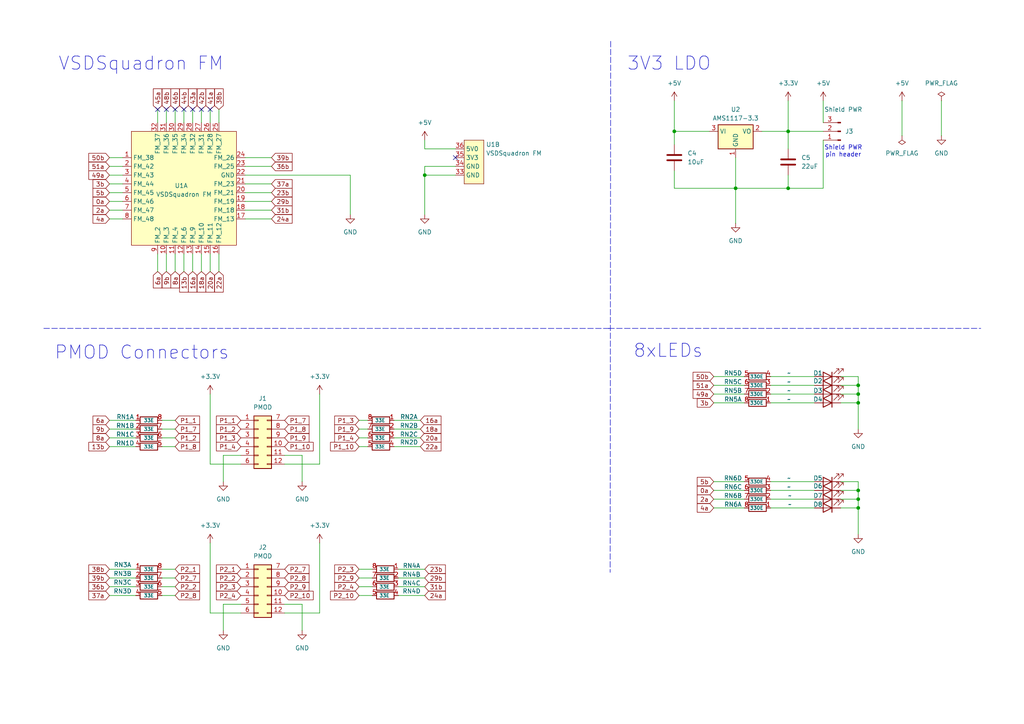
<source format=kicad_sch>
(kicad_sch (version 20231120) (generator "eeschema") (generator_version "8.0")
  (paper "A4")
  (title_block (title "PMOD Adaptor for VSDSquadron FM Shield") (date "2025-01-12") (rev "1A") (company "VLSI System Design"))
  (lib_symbols
    (symbol "Connector:Conn_01x03_Pin" (pin_names (offset 1.016) hide)
      (property "Reference" "J" (at 0 5.08 0))
      (property "Value" "Conn_01x03_Pin" (at 0 -5.08 0))
      (symbol "Conn_01x03_Pin_1_1"
        (polyline (pts (xy 1.27 -2.54) (xy 0.8636 -2.54)) (stroke (width 0.1524)))
        (polyline (pts (xy 1.27 0) (xy 0.8636 0)) (stroke (width 0.1524)))
        (polyline (pts (xy 1.27 2.54) (xy 0.8636 2.54)) (stroke (width 0.1524)))
        (rectangle (start 0.8636 -2.413) (end 0 -2.667) (stroke (width 0.1524)) (fill (type outline)))
        (rectangle (start 0.8636 0.127) (end 0 -0.127) (stroke (width 0.1524)) (fill (type outline)))
        (rectangle (start 0.8636 2.667) (end 0 2.413) (stroke (width 0.1524)) (fill (type outline)))
        (pin passive line (at 5.08 2.54 180) (length 3.81) (name "Pin_1") (number "1"))
        (pin passive line (at 5.08 0 180) (length 3.81) (name "Pin_2") (number "2"))
        (pin passive line (at 5.08 -2.54 180) (length 3.81) (name "Pin_3") (number "3"))
      )
    )
    (symbol "Connector_Generic:Conn_02x06_Top_Bottom" (pin_names (offset 1.016) hide)
      (property "Reference" "J" (at 1.27 7.62 0))
      (property "Value" "Conn_02x06_Top_Bottom" (at 1.27 -10.16 0))
      (symbol "Conn_02x06_Top_Bottom_1_1"
        (rectangle (start -1.27 -7.493) (end 0 -7.747) (stroke (width 0.1524)))
        (rectangle (start -1.27 -4.953) (end 0 -5.207) (stroke (width 0.1524)))
        (rectangle (start -1.27 -2.413) (end 0 -2.667) (stroke (width 0.1524)))
        (rectangle (start -1.27 0.127) (end 0 -0.127) (stroke (width 0.1524)))
        (rectangle (start -1.27 2.667) (end 0 2.413) (stroke (width 0.1524)))
        (rectangle (start -1.27 5.207) (end 0 4.953) (stroke (width 0.1524)))
        (rectangle (start -1.27 6.35) (end 3.81 -8.89) (stroke (width 0.254)) (fill (type background)))
        (rectangle (start 3.81 -7.493) (end 2.54 -7.747) (stroke (width 0.1524)))
        (rectangle (start 3.81 -4.953) (end 2.54 -5.207) (stroke (width 0.1524)))
        (rectangle (start 3.81 -2.413) (end 2.54 -2.667) (stroke (width 0.1524)))
        (rectangle (start 3.81 0.127) (end 2.54 -0.127) (stroke (width 0.1524)))
        (rectangle (start 3.81 2.667) (end 2.54 2.413) (stroke (width 0.1524)))
        (rectangle (start 3.81 5.207) (end 2.54 4.953) (stroke (width 0.1524)))
        (pin passive line (at -5.08 5.08 0) (length 3.81) (name "Pin_1") (number "1"))
        (pin passive line (at 7.62 -2.54 180) (length 3.81) (name "Pin_10") (number "10"))
        (pin passive line (at 7.62 -5.08 180) (length 3.81) (name "Pin_11") (number "11"))
        (pin passive line (at 7.62 -7.62 180) (length 3.81) (name "Pin_12") (number "12"))
        (pin passive line (at -5.08 2.54 0) (length 3.81) (name "Pin_2") (number "2"))
        (pin passive line (at -5.08 0 0) (length 3.81) (name "Pin_3") (number "3"))
        (pin passive line (at -5.08 -2.54 0) (length 3.81) (name "Pin_4") (number "4"))
        (pin passive line (at -5.08 -5.08 0) (length 3.81) (name "Pin_5") (number "5"))
        (pin passive line (at -5.08 -7.62 0) (length 3.81) (name "Pin_6") (number "6"))
        (pin passive line (at 7.62 5.08 180) (length 3.81) (name "Pin_7") (number "7"))
        (pin passive line (at 7.62 2.54 180) (length 3.81) (name "Pin_8") (number "8"))
        (pin passive line (at 7.62 0 180) (length 3.81) (name "Pin_9") (number "9"))
      )
    )
    (symbol "Device:C" (pin_numbers hide) (pin_names (offset 0.254))
      (property "Reference" "C" (at 0.635 2.54 0))
      (property "Value" "C" (at 0.635 -2.54 0))
      (symbol "C_0_1"
        (polyline (pts (xy -2.032 -0.762) (xy 2.032 -0.762)) (stroke (width 0.508)))
        (polyline (pts (xy -2.032 0.762) (xy 2.032 0.762)) (stroke (width 0.508)))
      )
      (symbol "C_1_1"
        (pin passive line (at 0 3.81 270) (length 2.794) (name "~") (number "1"))
        (pin passive line (at 0 -3.81 90) (length 2.794) (name "~") (number "2"))
      )
    )
    (symbol "Device:LED" (pin_numbers hide) (pin_names (offset 1.016) hide)
      (property "Reference" "D" (at 0 2.54 0))
      (property "Value" "LED" (at 0 -2.54 0))
      (symbol "LED_0_1"
        (polyline (pts (xy -1.27 -1.27) (xy -1.27 1.27)) (stroke (width 0.254)))
        (polyline (pts (xy -1.27 0) (xy 1.27 0)))
        (polyline (pts (xy 1.27 -1.27) (xy 1.27 1.27) (xy -1.27 0) (xy 1.27 -1.27)) (stroke (width 0.254)))
        (polyline (pts (xy -3.048 -0.762) (xy -4.572 -2.286) (xy -3.81 -2.286) (xy -4.572 -2.286) (xy -4.572 -1.524)))
        (polyline (pts (xy -1.778 -0.762) (xy -3.302 -2.286) (xy -2.54 -2.286) (xy -3.302 -2.286) (xy -3.302 -1.524)))
      )
      (symbol "LED_1_1"
        (pin passive line (at -3.81 0 0) (length 2.54) (name "K") (number "1"))
        (pin passive line (at 3.81 0 180) (length 2.54) (name "A") (number "2"))
      )
    )
    (symbol "Device:R_Pack04_Split" (pin_names (offset 0) hide)
      (property "Reference" "RN" (at 2.032 0 90))
      (property "Value" "R_Pack04_Split" (at 0 0 90))
      (symbol "R_Pack04_Split_0_1"
        (rectangle (start 1.016 2.54) (end -1.016 -2.54) (stroke (width 0.254)))
      )
      (symbol "R_Pack04_Split_1_1"
        (pin passive line (at 0 -3.81 90) (length 1.27) (name "R1.1") (number "1"))
        (pin passive line (at 0 3.81 270) (length 1.27) (name "R1.2") (number "8"))
      )
      (symbol "R_Pack04_Split_2_1"
        (pin passive line (at 0 -3.81 90) (length 1.27) (name "R2.1") (number "2"))
        (pin passive line (at 0 3.81 270) (length 1.27) (name "R2.2") (number "7"))
      )
      (symbol "R_Pack04_Split_3_1"
        (pin passive line (at 0 -3.81 90) (length 1.27) (name "R3.1") (number "3"))
        (pin passive line (at 0 3.81 270) (length 1.27) (name "R3.2") (number "6"))
      )
      (symbol "R_Pack04_Split_4_1"
        (pin passive line (at 0 -3.81 90) (length 1.27) (name "R4.1") (number "4"))
        (pin passive line (at 0 3.81 270) (length 1.27) (name "R4.2") (number "5"))
      )
    )
    (symbol "Regulator_Linear:AMS1117-3.3"
      (property "Reference" "U" (at -3.81 3.175 0))
      (property "Value" "AMS1117-3.3" (at 0 3.175 0))
      (symbol "AMS1117-3.3_0_1"
        (rectangle (start -5.08 -5.08) (end 5.08 1.905) (stroke (width 0.254)) (fill (type background)))
      )
      (symbol "AMS1117-3.3_1_1"
        (pin power_in line (at 0 -7.62 90) (length 2.54) (name "GND") (number "1"))
        (pin power_out line (at 7.62 0 180) (length 2.54) (name "VO") (number "2"))
        (pin power_in line (at -7.62 0 0) (length 2.54) (name "VI") (number "3"))
      )
    )
    (symbol "VSDSquadron_FM:VSDSquadron_FM"
      (property "Reference" "J" (at 23.622 21.59 0))
      (property "Value" "VSDSquadron FM" (at 23.622 19.558 0))
      (symbol "VSDSquadron_FM_1_0"
        (pin bidirectional line (at -2.54 -17.78 90) (length 2.54) (name "FM_3") (number "10"))
        (pin bidirectional line (at 0 -17.78 90) (length 2.54) (name "FM_4") (number "11"))
        (pin bidirectional line (at 2.54 -17.78 90) (length 2.54) (name "FM_6") (number "12"))
        (pin bidirectional line (at 5.08 -17.78 90) (length 2.54) (name "FM_9") (number "13"))
        (pin bidirectional line (at 7.62 -17.78 90) (length 2.54) (name "FM_10") (number "14"))
        (pin bidirectional line (at 20.32 -7.62 180) (length 2.54) (name "FM_13") (number "17"))
        (pin bidirectional line (at 20.32 -5.08 180) (length 2.54) (name "FM_18") (number "18"))
        (pin bidirectional line (at 20.32 -2.54 180) (length 2.54) (name "FM_19") (number "19"))
        (pin bidirectional line (at 20.32 0 180) (length 2.54) (name "FM_21") (number "20"))
        (pin bidirectional line (at 20.32 2.54 180) (length 2.54) (name "FM_23") (number "21"))
        (pin power_in line (at 20.32 5.08 180) (length 2.54) (name "GND") (number "22"))
        (pin bidirectional line (at 20.32 7.62 180) (length 2.54) (name "FM_25") (number "23"))
        (pin bidirectional line (at 20.32 10.16 180) (length 2.54) (name "FM_26") (number "24"))
        (pin bidirectional line (at 12.7 20.32 270) (length 2.54) (name "FM_27") (number "25"))
        (pin bidirectional line (at 10.16 20.32 270) (length 2.54) (name "FM_28") (number "26"))
        (pin bidirectional line (at 2.54 20.32 270) (length 2.54) (name "FM_34") (number "29"))
        (pin bidirectional line (at -15.24 5.08 0) (length 2.54) (name "FM_43") (number "3"))
        (pin bidirectional line (at 0 20.32 270) (length 2.54) (name "FM_35") (number "30"))
        (pin bidirectional line (at -2.54 20.32 270) (length 2.54) (name "FM_36") (number "31"))
        (pin bidirectional line (at -5.08 20.32 270) (length 2.54) (name "FM_37") (number "32"))
        (pin bidirectional line (at -15.24 2.54 0) (length 2.54) (name "FM_44") (number "4"))
        (pin bidirectional line (at -15.24 0 0) (length 2.54) (name "FM_45") (number "5"))
        (pin bidirectional line (at -15.24 -2.54 0) (length 2.54) (name "FM_46") (number "6"))
        (pin bidirectional line (at -15.24 -5.08 0) (length 2.54) (name "FM_47") (number "7"))
      )
      (symbol "VSDSquadron_FM_1_1"
        (rectangle (start -12.7 17.78) (end 17.78 -15.24) (fill (type background)))
        (pin bidirectional line (at -15.24 10.16 0) (length 2.54) (name "FM_38") (number "1"))
        (pin bidirectional line (at 10.16 -17.78 90) (length 2.54) (name "FM_11") (number "15"))
        (pin bidirectional line (at 12.7 -17.78 90) (length 2.54) (name "FM_12") (number "16"))
        (pin bidirectional line (at -15.24 7.62 0) (length 2.54) (name "FM_42") (number "2"))
        (pin bidirectional line (at 7.62 20.32 270) (length 2.54) (name "FM_31") (number "27"))
        (pin bidirectional line (at 5.08 20.32 270) (length 2.54) (name "FM_32") (number "28"))
        (pin bidirectional line (at -15.24 -7.62 0) (length 2.54) (name "FM_48") (number "8"))
        (pin bidirectional line (at -5.08 -17.78 90) (length 2.54) (name "FM_2") (number "9"))
      )
      (symbol "VSDSquadron_FM_2_1"
        (rectangle (start -2.54 2.54) (end 3.175 -10.16) (fill (type background)))
        (pin power_in line (at -5.08 -7.62 0) (length 2.54) (name "GND") (number "33"))
        (pin power_in line (at -5.08 -5.08 0) (length 2.54) (name "GND") (number "34"))
        (pin power_in line (at -5.08 -2.54 0) (length 2.54) (name "3V3") (number "35"))
        (pin power_in line (at -5.08 0 0) (length 2.54) (name "5V0") (number "36"))
      )
    )
    (symbol "VSDSquadron_FM_1"
      (property "Reference" "J" (at 23.622 21.59 0))
      (property "Value" "VSDSquadron FM" (at 23.622 19.558 0))
      (symbol "VSDSquadron_FM_1_1_0"
        (pin bidirectional line (at -2.54 -17.78 90) (length 2.54) (name "FM_3") (number "10"))
        (pin bidirectional line (at 0 -17.78 90) (length 2.54) (name "FM_4") (number "11"))
        (pin bidirectional line (at 2.54 -17.78 90) (length 2.54) (name "FM_6") (number "12"))
        (pin bidirectional line (at 5.08 -17.78 90) (length 2.54) (name "FM_9") (number "13"))
        (pin bidirectional line (at 7.62 -17.78 90) (length 2.54) (name "FM_10") (number "14"))
        (pin bidirectional line (at 20.32 -7.62 180) (length 2.54) (name "FM_13") (number "17"))
        (pin bidirectional line (at 20.32 -5.08 180) (length 2.54) (name "FM_18") (number "18"))
        (pin bidirectional line (at 20.32 -2.54 180) (length 2.54) (name "FM_19") (number "19"))
        (pin bidirectional line (at 20.32 0 180) (length 2.54) (name "FM_21") (number "20"))
        (pin bidirectional line (at 20.32 2.54 180) (length 2.54) (name "FM_23") (number "21"))
        (pin power_in line (at 20.32 5.08 180) (length 2.54) (name "GND") (number "22"))
        (pin bidirectional line (at 20.32 7.62 180) (length 2.54) (name "FM_25") (number "23"))
        (pin bidirectional line (at 20.32 10.16 180) (length 2.54) (name "FM_26") (number "24"))
        (pin bidirectional line (at 12.7 20.32 270) (length 2.54) (name "FM_27") (number "25"))
        (pin bidirectional line (at 10.16 20.32 270) (length 2.54) (name "FM_28") (number "26"))
        (pin bidirectional line (at 2.54 20.32 270) (length 2.54) (name "FM_34") (number "29"))
        (pin bidirectional line (at -15.24 5.08 0) (length 2.54) (name "FM_43") (number "3"))
        (pin bidirectional line (at 0 20.32 270) (length 2.54) (name "FM_35") (number "30"))
        (pin bidirectional line (at -2.54 20.32 270) (length 2.54) (name "FM_36") (number "31"))
        (pin bidirectional line (at -5.08 20.32 270) (length 2.54) (name "FM_37") (number "32"))
        (pin bidirectional line (at -15.24 2.54 0) (length 2.54) (name "FM_44") (number "4"))
        (pin bidirectional line (at -15.24 0 0) (length 2.54) (name "FM_45") (number "5"))
        (pin bidirectional line (at -15.24 -2.54 0) (length 2.54) (name "FM_46") (number "6"))
        (pin bidirectional line (at -15.24 -5.08 0) (length 2.54) (name "FM_47") (number "7"))
      )
      (symbol "VSDSquadron_FM_1_1_1"
        (rectangle (start -12.7 17.78) (end 17.78 -15.24) (fill (type background)))
        (pin bidirectional line (at -15.24 10.16 0) (length 2.54) (name "FM_38") (number "1"))
        (pin bidirectional line (at 10.16 -17.78 90) (length 2.54) (name "FM_11") (number "15"))
        (pin bidirectional line (at 12.7 -17.78 90) (length 2.54) (name "FM_12") (number "16"))
        (pin bidirectional line (at -15.24 7.62 0) (length 2.54) (name "FM_42") (number "2"))
        (pin bidirectional line (at 7.62 20.32 270) (length 2.54) (name "FM_31") (number "27"))
        (pin bidirectional line (at 5.08 20.32 270) (length 2.54) (name "FM_32") (number "28"))
        (pin bidirectional line (at -15.24 -7.62 0) (length 2.54) (name "FM_48") (number "8"))
        (pin bidirectional line (at -5.08 -17.78 90) (length 2.54) (name "FM_2") (number "9"))
      )
      (symbol "VSDSquadron_FM_1_2_1"
        (rectangle (start -2.54 2.54) (end 3.175 -10.16) (fill (type background)))
        (pin power_in line (at -5.08 -7.62 0) (length 2.54) (name "GND") (number "33"))
        (pin power_in line (at -5.08 -5.08 0) (length 2.54) (name "GND") (number "34"))
        (pin power_in line (at -5.08 -2.54 0) (length 2.54) (name "3V3") (number "35"))
        (pin power_in line (at -5.08 0 0) (length 2.54) (name "5V0") (number "36"))
      )
    )
    (symbol "power:+3.3V" (power) (pin_numbers hide) (pin_names (offset 0) hide)
      (property "Value" "+3.3V" (at 0 3.556 0))
      (symbol "+3.3V_0_1"
        (polyline (pts (xy -0.762 1.27) (xy 0 2.54)))
        (polyline (pts (xy 0 0) (xy 0 2.54)))
        (polyline (pts (xy 0 2.54) (xy 0.762 1.27)))
      )
      (symbol "+3.3V_1_1"
        (pin power_in line (at 0 0 90) (length 0) (name "~") (number "1"))
      )
    )
    (symbol "power:+5V" (power) (pin_numbers hide) (pin_names (offset 0) hide)
      (property "Value" "+5V" (at 0 3.556 0))
      (symbol "+5V_0_1"
        (polyline (pts (xy -0.762 1.27) (xy 0 2.54)))
        (polyline (pts (xy 0 0) (xy 0 2.54)))
        (polyline (pts (xy 0 2.54) (xy 0.762 1.27)))
      )
      (symbol "+5V_1_1"
        (pin power_in line (at 0 0 90) (length 0) (name "~") (number "1"))
      )
    )
    (symbol "power:GND" (power) (pin_numbers hide) (pin_names (offset 0) hide)
      (property "Value" "GND" (at 0 -3.81 0))
      (symbol "GND_0_1"
        (polyline (pts (xy 0 0) (xy 0 -1.27) (xy 1.27 -1.27) (xy 0 -2.54) (xy -1.27 -1.27) (xy 0 -1.27)))
      )
      (symbol "GND_1_1"
        (pin power_in line (at 0 0 270) (length 0) (name "~") (number "1"))
      )
    )
    (symbol "power:PWR_FLAG" (power) (pin_numbers hide) (pin_names (offset 0) hide)
      (property "Value" "PWR_FLAG" (at 0 3.81 0))
      (symbol "PWR_FLAG_0_0"
        (pin power_out line (at 0 0 90) (length 0) (name "~") (number "1"))
      )
      (symbol "PWR_FLAG_0_1"
        (polyline (pts (xy 0 0) (xy 0 1.27) (xy -1.016 1.905) (xy 0 2.54) (xy 1.016 1.905) (xy 0 1.27)))
      )
    )
  )
  (junction (at 228.6 54.61))
  (junction (at 248.92 144.78))
  (junction (at 248.92 147.32))
  (junction (at 248.92 111.76))
  (junction (at 228.6 38.1))
  (junction (at 248.92 142.24))
  (junction (at 123.19 50.8))
  (junction (at 248.92 116.84))
  (junction (at 195.58 38.1))
  (junction (at 213.36 54.61))
  (junction (at 248.92 114.3))
  (no_connect (at 50.8 31.75))
  (no_connect (at 58.42 31.75))
  (no_connect (at 132.08 45.72))
  (no_connect (at 55.88 31.75))
  (no_connect (at 53.34 31.75))
  (no_connect (at 45.72 31.75))
  (no_connect (at 60.96 31.75))
  (no_connect (at 48.26 31.75))
  (wire (pts (xy 50.8 121.92) (xy 46.99 121.92)))
  (wire (pts (xy 248.92 147.32) (xy 248.92 144.78)))
  (wire (pts (xy 71.12 58.42) (xy 78.74 58.42)))
  (wire (pts (xy 64.77 175.26) (xy 64.77 182.88)))
  (wire (pts (xy 104.14 167.64) (xy 107.95 167.64)))
  (wire (pts (xy 48.26 31.75) (xy 48.26 35.56)))
  (wire (pts (xy 238.76 29.21) (xy 238.76 35.56)))
  (wire (pts (xy 195.58 38.1) (xy 195.58 41.91)))
  (wire (pts (xy 50.8 31.75) (xy 50.8 35.56)))
  (wire (pts (xy 50.8 172.72) (xy 46.99 172.72)))
  (wire (pts (xy 31.75 50.8) (xy 35.56 50.8)))
  (wire (pts (xy 71.12 55.88) (xy 78.74 55.88)))
  (wire (pts (xy 71.12 48.26) (xy 78.74 48.26)))
  (wire (pts (xy 104.14 170.18) (xy 107.95 170.18)))
  (wire (pts (xy 228.6 38.1) (xy 238.76 38.1)))
  (wire (pts (xy 115.57 172.72) (xy 123.19 172.72)))
  (wire (pts (xy 104.14 165.1) (xy 107.95 165.1)))
  (wire (pts (xy 115.57 170.18) (xy 123.19 170.18)))
  (wire (pts (xy 101.6 50.8) (xy 101.6 62.23)))
  (wire (pts (xy 121.92 124.46) (xy 114.3 124.46)))
  (wire (pts (xy 63.5 31.75) (xy 63.5 35.56)))
  (wire (pts (xy 132.08 48.26) (xy 123.19 48.26)))
  (wire (pts (xy 236.22 144.78) (xy 223.52 144.78)))
  (wire (pts (xy 195.58 54.61) (xy 213.36 54.61)))
  (wire (pts (xy 60.96 78.74) (xy 60.96 73.66)))
  (wire (pts (xy 58.42 78.74) (xy 58.42 73.66)))
  (wire (pts (xy 236.22 147.32) (xy 223.52 147.32)))
  (wire (pts (xy 121.92 121.92) (xy 114.3 121.92)))
  (wire (pts (xy 248.92 109.22) (xy 243.84 109.22)))
  (wire (pts (xy 243.84 147.32) (xy 248.92 147.32)))
  (wire (pts (xy 48.26 78.74) (xy 48.26 73.66)))
  (wire (pts (xy 123.19 43.18) (xy 132.08 43.18)))
  (wire (pts (xy 207.01 116.84) (xy 215.9 116.84)))
  (wire (pts (xy 31.75 127) (xy 39.37 127)))
  (wire (pts (xy 53.34 31.75) (xy 53.34 35.56)))
  (wire (pts (xy 123.19 50.8) (xy 123.19 62.23)))
  (wire (pts (xy 31.75 58.42) (xy 35.56 58.42)))
  (wire (pts (xy 207.01 139.7) (xy 215.9 139.7)))
  (wire (pts (xy 248.92 142.24) (xy 248.92 139.7)))
  (wire (pts (xy 243.84 116.84) (xy 248.92 116.84)))
  (wire (pts (xy 213.36 45.72) (xy 213.36 54.61)))
  (wire (pts (xy 243.84 114.3) (xy 248.92 114.3)))
  (wire (pts (xy 248.92 139.7) (xy 243.84 139.7)))
  (wire (pts (xy 31.75 167.64) (xy 39.37 167.64)))
  (wire (pts (xy 31.75 129.54) (xy 39.37 129.54)))
  (wire (pts (xy 31.75 63.5) (xy 35.56 63.5)))
  (wire (pts (xy 92.71 177.8) (xy 92.71 157.48)))
  (wire (pts (xy 195.58 29.21) (xy 195.58 38.1)))
  (wire (pts (xy 121.92 129.54) (xy 114.3 129.54)))
  (wire (pts (xy 69.85 134.62) (xy 60.96 134.62)))
  (wire (pts (xy 31.75 48.26) (xy 35.56 48.26)))
  (wire (pts (xy 104.14 172.72) (xy 107.95 172.72)))
  (wire (pts (xy 207.01 147.32) (xy 215.9 147.32)))
  (wire (pts (xy 71.12 60.96) (xy 78.74 60.96)))
  (wire (pts (xy 64.77 132.08) (xy 69.85 132.08)))
  (wire (pts (xy 104.14 124.46) (xy 106.68 124.46)))
  (wire (pts (xy 64.77 175.26) (xy 69.85 175.26)))
  (polyline (pts (xy 12.7 95.25) (xy 177.045 95.2578)) (stroke (width 0) (type dash)))
  (wire (pts (xy 82.55 175.26) (xy 87.63 175.26)))
  (wire (pts (xy 248.92 114.3) (xy 248.92 111.76)))
  (wire (pts (xy 71.12 50.8) (xy 101.6 50.8)))
  (wire (pts (xy 273.05 29.21) (xy 273.05 39.37)))
  (wire (pts (xy 60.96 134.62) (xy 60.96 114.3)))
  (wire (pts (xy 132.08 50.8) (xy 123.19 50.8)))
  (wire (pts (xy 60.96 31.75) (xy 60.96 35.56)))
  (wire (pts (xy 31.75 165.1) (xy 39.37 165.1)))
  (wire (pts (xy 205.74 38.1) (xy 195.58 38.1)))
  (wire (pts (xy 236.22 139.7) (xy 223.52 139.7)))
  (wire (pts (xy 236.22 142.24) (xy 223.52 142.24)))
  (wire (pts (xy 228.6 38.1) (xy 228.6 43.18)))
  (wire (pts (xy 50.8 124.46) (xy 46.99 124.46)))
  (wire (pts (xy 261.62 29.21) (xy 261.62 39.37)))
  (wire (pts (xy 45.72 78.74) (xy 45.72 73.66)))
  (wire (pts (xy 207.01 109.22) (xy 215.9 109.22)))
  (polyline (pts (xy 177.1235 11.9707) (xy 176.9685 166.0155)) (stroke (width 0) (type dash)))
  (wire (pts (xy 121.92 127) (xy 114.3 127)))
  (wire (pts (xy 228.6 29.21) (xy 228.6 38.1)))
  (wire (pts (xy 236.22 114.3) (xy 223.52 114.3)))
  (wire (pts (xy 207.01 144.78) (xy 215.9 144.78)))
  (wire (pts (xy 123.19 48.26) (xy 123.19 50.8)))
  (wire (pts (xy 50.8 129.54) (xy 46.99 129.54)))
  (wire (pts (xy 92.71 134.62) (xy 92.71 114.3)))
  (wire (pts (xy 104.14 127) (xy 106.68 127)))
  (wire (pts (xy 236.22 116.84) (xy 223.52 116.84)))
  (wire (pts (xy 60.96 177.8) (xy 60.96 157.48)))
  (wire (pts (xy 31.75 60.96) (xy 35.56 60.96)))
  (wire (pts (xy 71.12 45.72) (xy 78.74 45.72)))
  (wire (pts (xy 248.92 116.84) (xy 248.92 114.3)))
  (wire (pts (xy 115.57 167.64) (xy 123.19 167.64)))
  (wire (pts (xy 207.01 142.24) (xy 215.9 142.24)))
  (wire (pts (xy 31.75 55.88) (xy 35.56 55.88)))
  (polyline (pts (xy 176.53 95.25) (xy 284.48 95.25)) (stroke (width 0) (type dash)))
  (wire (pts (xy 64.77 132.08) (xy 64.77 139.7)))
  (wire (pts (xy 31.75 124.46) (xy 39.37 124.46)))
  (wire (pts (xy 248.92 154.94) (xy 248.92 147.32)))
  (wire (pts (xy 55.88 78.74) (xy 55.88 73.66)))
  (wire (pts (xy 248.92 124.46) (xy 248.92 116.84)))
  (wire (pts (xy 82.55 177.8) (xy 92.71 177.8)))
  (wire (pts (xy 243.84 144.78) (xy 248.92 144.78)))
  (wire (pts (xy 87.63 175.26) (xy 87.63 182.88)))
  (wire (pts (xy 248.92 111.76) (xy 248.92 109.22)))
  (wire (pts (xy 82.55 134.62) (xy 92.71 134.62)))
  (wire (pts (xy 195.58 49.53) (xy 195.58 54.61)))
  (wire (pts (xy 63.5 78.74) (xy 63.5 73.66)))
  (wire (pts (xy 104.14 121.92) (xy 106.68 121.92)))
  (wire (pts (xy 87.63 132.08) (xy 87.63 139.7)))
  (wire (pts (xy 31.75 170.18) (xy 39.37 170.18)))
  (wire (pts (xy 69.85 177.8) (xy 60.96 177.8)))
  (wire (pts (xy 213.36 54.61) (xy 213.36 64.77)))
  (wire (pts (xy 31.75 172.72) (xy 39.37 172.72)))
  (wire (pts (xy 50.8 78.74) (xy 50.8 73.66)))
  (wire (pts (xy 50.8 165.1) (xy 46.99 165.1)))
  (wire (pts (xy 50.8 127) (xy 46.99 127)))
  (wire (pts (xy 104.14 129.54) (xy 106.68 129.54)))
  (wire (pts (xy 123.19 40.64) (xy 123.19 43.18)))
  (wire (pts (xy 243.84 142.24) (xy 248.92 142.24)))
  (wire (pts (xy 115.57 165.1) (xy 123.19 165.1)))
  (wire (pts (xy 71.12 63.5) (xy 78.74 63.5)))
  (wire (pts (xy 236.22 109.22) (xy 223.52 109.22)))
  (wire (pts (xy 82.55 132.08) (xy 87.63 132.08)))
  (wire (pts (xy 213.36 54.61) (xy 228.6 54.61)))
  (wire (pts (xy 207.01 111.76) (xy 215.9 111.76)))
  (wire (pts (xy 71.12 53.34) (xy 78.74 53.34)))
  (wire (pts (xy 238.76 54.61) (xy 228.6 54.61)))
  (wire (pts (xy 55.88 31.75) (xy 55.88 35.56)))
  (wire (pts (xy 31.75 45.72) (xy 35.56 45.72)))
  (wire (pts (xy 228.6 50.8) (xy 228.6 54.61)))
  (wire (pts (xy 207.01 114.3) (xy 215.9 114.3)))
  (wire (pts (xy 45.72 31.75) (xy 45.72 35.56)))
  (wire (pts (xy 31.75 121.92) (xy 39.37 121.92)))
  (wire (pts (xy 238.76 40.64) (xy 238.76 54.61)))
  (wire (pts (xy 58.42 31.75) (xy 58.42 35.56)))
  (wire (pts (xy 50.8 167.64) (xy 46.99 167.64)))
  (wire (pts (xy 243.84 111.76) (xy 248.92 111.76)))
  (wire (pts (xy 248.92 144.78) (xy 248.92 142.24)))
  (wire (pts (xy 236.22 111.76) (xy 223.52 111.76)))
  (wire (pts (xy 220.98 38.1) (xy 228.6 38.1)))
  (wire (pts (xy 50.8 170.18) (xy 46.99 170.18)))
  (wire (pts (xy 53.34 78.74) (xy 53.34 73.66)))
  (wire (pts (xy 31.75 53.34) (xy 35.56 53.34)))
  (text "Shield PWR\npin header" (at 244.602 43.942 0) (effects (font (size 1.27 1.27))))
  (text "8xLEDs" (at 193.802 101.854 0) (effects (font (size 3.81 3.81))))
  (text "PMOD Connectors" (at 41.148 102.362 0) (effects (font (size 3.81 3.81))))
  (text "3V3 LDO" (at 194.056 18.542 0) (effects (font (size 3.81 3.81))))
  (text "VSDSquadron FM" (at 40.894 18.542 0) (effects (font (size 3.81 3.81))))
  (global_label "3b" (shape input) (at 31.75 53.34 180) (property "Intersheetrefs" "${INTERSHEET_REFS}" (effects (hide yes))))
  (global_label "P2_7" (shape input) (at 50.8 167.64 0) (property "Intersheetrefs" "${INTERSHEET_REFS}" (effects (hide yes))))
  (global_label "49a" (shape input) (at 207.01 114.3 180) (property "Intersheetrefs" "${INTERSHEET_REFS}" (effects (hide yes))))
  (global_label "13b" (shape input) (at 31.75 129.54 180) (property "Intersheetrefs" "${INTERSHEET_REFS}" (effects (hide yes))))
  (global_label "46b" (shape input) (at 50.8 31.75 90) (property "Intersheetrefs" "${INTERSHEET_REFS}" (effects (hide yes))))
  (global_label "39b" (shape input) (at 31.75 167.64 180) (property "Intersheetrefs" "${INTERSHEET_REFS}" (effects (hide yes))))
  (global_label "P1_7" (shape input) (at 82.55 121.92 0) (property "Intersheetrefs" "${INTERSHEET_REFS}" (effects (hide yes))))
  (global_label "18a" (shape input) (at 58.42 78.74 270) (property "Intersheetrefs" "${INTERSHEET_REFS}" (effects (hide yes))))
  (global_label "P1_10" (shape input) (at 104.14 129.54 180) (property "Intersheetrefs" "${INTERSHEET_REFS}" (effects (hide yes))))
  (global_label "8a" (shape input) (at 31.75 127 180) (property "Intersheetrefs" "${INTERSHEET_REFS}" (effects (hide yes))))
  (global_label "23b" (shape input) (at 78.74 55.88 0) (property "Intersheetrefs" "${INTERSHEET_REFS}" (effects (hide yes))))
  (global_label "31b" (shape input) (at 123.19 170.18 0) (property "Intersheetrefs" "${INTERSHEET_REFS}" (effects (hide yes))))
  (global_label "P1_4" (shape input) (at 69.85 129.54 180) (property "Intersheetrefs" "${INTERSHEET_REFS}" (effects (hide yes))))
  (global_label "P1_3" (shape input) (at 104.14 121.92 180) (property "Intersheetrefs" "${INTERSHEET_REFS}" (effects (hide yes))))
  (global_label "P2_7" (shape input) (at 82.55 165.1 0) (property "Intersheetrefs" "${INTERSHEET_REFS}" (effects (hide yes))))
  (global_label "4a" (shape input) (at 207.01 147.32 180) (property "Intersheetrefs" "${INTERSHEET_REFS}" (effects (hide yes))))
  (global_label "6a" (shape input) (at 45.72 78.74 270) (property "Intersheetrefs" "${INTERSHEET_REFS}" (effects (hide yes))))
  (global_label "P2_3" (shape input) (at 104.14 165.1 180) (property "Intersheetrefs" "${INTERSHEET_REFS}" (effects (hide yes))))
  (global_label "45a" (shape input) (at 45.72 31.75 90) (property "Intersheetrefs" "${INTERSHEET_REFS}" (effects (hide yes))))
  (global_label "P1_2" (shape input) (at 50.8 127 0) (property "Intersheetrefs" "${INTERSHEET_REFS}" (effects (hide yes))))
  (global_label "29b" (shape input) (at 78.74 58.42 0) (property "Intersheetrefs" "${INTERSHEET_REFS}" (effects (hide yes))))
  (global_label "P1_7" (shape input) (at 50.8 124.46 0) (property "Intersheetrefs" "${INTERSHEET_REFS}" (effects (hide yes))))
  (global_label "P1_3" (shape input) (at 69.85 127 180) (property "Intersheetrefs" "${INTERSHEET_REFS}" (effects (hide yes))))
  (global_label "P1_2" (shape input) (at 69.85 124.46 180) (property "Intersheetrefs" "${INTERSHEET_REFS}" (effects (hide yes))))
  (global_label "43a" (shape input) (at 55.88 31.75 90) (property "Intersheetrefs" "${INTERSHEET_REFS}" (effects (hide yes))))
  (global_label "P2_8" (shape input) (at 50.8 172.72 0) (property "Intersheetrefs" "${INTERSHEET_REFS}" (effects (hide yes))))
  (global_label "2a" (shape input) (at 207.01 144.78 180) (property "Intersheetrefs" "${INTERSHEET_REFS}" (effects (hide yes))))
  (global_label "9b" (shape input) (at 31.75 124.46 180) (property "Intersheetrefs" "${INTERSHEET_REFS}" (effects (hide yes))))
  (global_label "20a" (shape input) (at 60.96 78.74 270) (property "Intersheetrefs" "${INTERSHEET_REFS}" (effects (hide yes))))
  (global_label "P2_4" (shape input) (at 104.14 170.18 180) (property "Intersheetrefs" "${INTERSHEET_REFS}" (effects (hide yes))))
  (global_label "P1_4" (shape input) (at 104.14 127 180) (property "Intersheetrefs" "${INTERSHEET_REFS}" (effects (hide yes))))
  (global_label "38b" (shape input) (at 31.75 165.1 180) (property "Intersheetrefs" "${INTERSHEET_REFS}" (effects (hide yes))))
  (global_label "44b" (shape input) (at 53.34 31.75 90) (property "Intersheetrefs" "${INTERSHEET_REFS}" (effects (hide yes))))
  (global_label "18a" (shape input) (at 121.92 124.46 0) (property "Intersheetrefs" "${INTERSHEET_REFS}" (effects (hide yes))))
  (global_label "3b" (shape input) (at 207.01 116.84 180) (property "Intersheetrefs" "${INTERSHEET_REFS}" (effects (hide yes))))
  (global_label "42b" (shape input) (at 58.42 31.75 90) (property "Intersheetrefs" "${INTERSHEET_REFS}" (effects (hide yes))))
  (global_label "P2_4" (shape input) (at 69.85 172.72 180) (property "Intersheetrefs" "${INTERSHEET_REFS}" (effects (hide yes))))
  (global_label "29b" (shape input) (at 123.19 167.64 0) (property "Intersheetrefs" "${INTERSHEET_REFS}" (effects (hide yes))))
  (global_label "22a" (shape input) (at 121.92 129.54 0) (property "Intersheetrefs" "${INTERSHEET_REFS}" (effects (hide yes))))
  (global_label "9b" (shape input) (at 48.26 78.74 270) (property "Intersheetrefs" "${INTERSHEET_REFS}" (effects (hide yes))))
  (global_label "13b" (shape input) (at 53.34 78.74 270) (property "Intersheetrefs" "${INTERSHEET_REFS}" (effects (hide yes))))
  (global_label "51a" (shape input) (at 31.75 48.26 180) (property "Intersheetrefs" "${INTERSHEET_REFS}" (effects (hide yes))))
  (global_label "2a" (shape input) (at 31.75 60.96 180) (property "Intersheetrefs" "${INTERSHEET_REFS}" (effects (hide yes))))
  (global_label "22a" (shape input) (at 63.5 78.74 270) (property "Intersheetrefs" "${INTERSHEET_REFS}" (effects (hide yes))))
  (global_label "P1_1" (shape input) (at 69.85 121.92 180) (property "Intersheetrefs" "${INTERSHEET_REFS}" (effects (hide yes))))
  (global_label "23b" (shape input) (at 123.19 165.1 0) (property "Intersheetrefs" "${INTERSHEET_REFS}" (effects (hide yes))))
  (global_label "41a" (shape input) (at 60.96 31.75 90) (property "Intersheetrefs" "${INTERSHEET_REFS}" (effects (hide yes))))
  (global_label "P1_8" (shape input) (at 50.8 129.54 0) (property "Intersheetrefs" "${INTERSHEET_REFS}" (effects (hide yes))))
  (global_label "P2_9" (shape input) (at 82.55 170.18 0) (property "Intersheetrefs" "${INTERSHEET_REFS}" (effects (hide yes))))
  (global_label "P1_1" (shape input) (at 50.8 121.92 0) (property "Intersheetrefs" "${INTERSHEET_REFS}" (effects (hide yes))))
  (global_label "51a" (shape input) (at 207.01 111.76 180) (property "Intersheetrefs" "${INTERSHEET_REFS}" (effects (hide yes))))
  (global_label "5b" (shape input) (at 31.75 55.88 180) (property "Intersheetrefs" "${INTERSHEET_REFS}" (effects (hide yes))))
  (global_label "P1_9" (shape input) (at 104.14 124.46 180) (property "Intersheetrefs" "${INTERSHEET_REFS}" (effects (hide yes))))
  (global_label "5b" (shape input) (at 207.01 139.7 180) (property "Intersheetrefs" "${INTERSHEET_REFS}" (effects (hide yes))))
  (global_label "P1_8" (shape input) (at 82.55 124.46 0) (property "Intersheetrefs" "${INTERSHEET_REFS}" (effects (hide yes))))
  (global_label "P2_8" (shape input) (at 82.55 167.64 0) (property "Intersheetrefs" "${INTERSHEET_REFS}" (effects (hide yes))))
  (global_label "P2_10" (shape input) (at 104.14 172.72 180) (property "Intersheetrefs" "${INTERSHEET_REFS}" (effects (hide yes))))
  (global_label "36b" (shape input) (at 31.75 170.18 180) (property "Intersheetrefs" "${INTERSHEET_REFS}" (effects (hide yes))))
  (global_label "31b" (shape input) (at 78.74 60.96 0) (property "Intersheetrefs" "${INTERSHEET_REFS}" (effects (hide yes))))
  (global_label "P1_10" (shape input) (at 82.55 129.54 0) (property "Intersheetrefs" "${INTERSHEET_REFS}" (effects (hide yes))))
  (global_label "4a" (shape input) (at 31.75 63.5 180) (property "Intersheetrefs" "${INTERSHEET_REFS}" (effects (hide yes))))
  (global_label "0a" (shape input) (at 31.75 58.42 180) (property "Intersheetrefs" "${INTERSHEET_REFS}" (effects (hide yes))))
  (global_label "6a" (shape input) (at 31.75 121.92 180) (property "Intersheetrefs" "${INTERSHEET_REFS}" (effects (hide yes))))
  (global_label "38b" (shape input) (at 63.5 31.75 90) (property "Intersheetrefs" "${INTERSHEET_REFS}" (effects (hide yes))))
  (global_label "37a" (shape input) (at 31.75 172.72 180) (property "Intersheetrefs" "${INTERSHEET_REFS}" (effects (hide yes))))
  (global_label "24a" (shape input) (at 78.74 63.5 0) (property "Intersheetrefs" "${INTERSHEET_REFS}" (effects (hide yes))))
  (global_label "50b" (shape input) (at 31.75 45.72 180) (property "Intersheetrefs" "${INTERSHEET_REFS}" (effects (hide yes))))
  (global_label "8a" (shape input) (at 50.8 78.74 270) (property "Intersheetrefs" "${INTERSHEET_REFS}" (effects (hide yes))))
  (global_label "16a" (shape input) (at 121.92 121.92 0) (property "Intersheetrefs" "${INTERSHEET_REFS}" (effects (hide yes))))
  (global_label "P2_3" (shape input) (at 69.85 170.18 180) (property "Intersheetrefs" "${INTERSHEET_REFS}" (effects (hide yes))))
  (global_label "48b" (shape input) (at 48.26 31.75 90) (property "Intersheetrefs" "${INTERSHEET_REFS}" (effects (hide yes))))
  (global_label "P2_9" (shape input) (at 104.14 167.64 180) (property "Intersheetrefs" "${INTERSHEET_REFS}" (effects (hide yes))))
  (global_label "20a" (shape input) (at 121.92 127 0) (property "Intersheetrefs" "${INTERSHEET_REFS}" (effects (hide yes))))
  (global_label "50b" (shape input) (at 207.01 109.22 180) (property "Intersheetrefs" "${INTERSHEET_REFS}" (effects (hide yes))))
  (global_label "24a" (shape input) (at 123.19 172.72 0) (property "Intersheetrefs" "${INTERSHEET_REFS}" (effects (hide yes))))
  (global_label "37a" (shape input) (at 78.74 53.34 0) (property "Intersheetrefs" "${INTERSHEET_REFS}" (effects (hide yes))))
  (global_label "P2_2" (shape input) (at 50.8 170.18 0) (property "Intersheetrefs" "${INTERSHEET_REFS}" (effects (hide yes))))
  (global_label "36b" (shape input) (at 78.74 48.26 0) (property "Intersheetrefs" "${INTERSHEET_REFS}" (effects (hide yes))))
  (global_label "0a" (shape input) (at 207.01 142.24 180) (property "Intersheetrefs" "${INTERSHEET_REFS}" (effects (hide yes))))
  (global_label "39b" (shape input) (at 78.74 45.72 0) (property "Intersheetrefs" "${INTERSHEET_REFS}" (effects (hide yes))))
  (global_label "P2_1" (shape input) (at 69.85 165.1 180) (property "Intersheetrefs" "${INTERSHEET_REFS}" (effects (hide yes))))
  (global_label "P2_1" (shape input) (at 50.8 165.1 0) (property "Intersheetrefs" "${INTERSHEET_REFS}" (effects (hide yes))))
  (global_label "16a" (shape input) (at 55.88 78.74 270) (property "Intersheetrefs" "${INTERSHEET_REFS}" (effects (hide yes))))
  (global_label "P1_9" (shape input) (at 82.55 127 0) (property "Intersheetrefs" "${INTERSHEET_REFS}" (effects (hide yes))))
  (global_label "P2_2" (shape input) (at 69.85 167.64 180) (property "Intersheetrefs" "${INTERSHEET_REFS}" (effects (hide yes))))
  (global_label "P2_10" (shape input) (at 82.55 172.72 0) (property "Intersheetrefs" "${INTERSHEET_REFS}" (effects (hide yes))))
  (global_label "49a" (shape input) (at 31.75 50.8 180) (property "Intersheetrefs" "${INTERSHEET_REFS}" (effects (hide yes))))
  (symbol (lib_id "Device:R_Pack04_Split") (at 43.18 167.64 270) (mirror x) (unit 2)
    (property "Reference" "RN3" (at 35.56 166.37 90))
    (property "Value" "33E" (at 43.18 167.64 90) (effects (font (size 1.016 1.016))))
    (property "Footprint" "Resistor_SMD:R_Array_Convex_4x0603" (effects (hide yes)))
    (property "Description" "4 resistor network, parallel topology, split" (effects (hide yes)))
    (property "LCSC" "C309681" (effects (hide yes)))
  )
  (symbol (lib_id "Device:R_Pack04_Split") (at 219.71 109.22 90) (unit 4)
    (property "Reference" "RN5" (at 212.598 108.204 90))
    (property "Value" "330E" (at 219.456 109.22 90) (effects (font (size 1.016 1.016))))
    (property "Footprint" "Resistor_SMD:R_Array_Convex_4x0603" (effects (hide yes)))
    (property "Description" "4 resistor network, parallel topology, split" (effects (hide yes)))
    (property "LCSC" "C172477" (effects (hide yes)))
  )
  (symbol (lib_id "power:+5V") (at 195.58 29.21 0) (unit 1)
    (property "Reference" "#PWR07" (effects (hide yes)))
    (property "Value" "+5V" (at 195.58 24.13 0))
    (property "Description" "Power symbol creates a global label with name \"+5V\"" (effects (hide yes)))
  )
  (symbol (lib_id "Connector:Conn_01x03_Pin") (at 243.84 38.1 180) (unit 1)
    (property "Reference" "J3" (at 245.11 38.0999 0) (effects (justify right)))
    (property "Value" "Shield PWR" (at 244.602 31.75 0))
    (property "Footprint" "Connector_PinHeader_2.54mm:PinHeader_1x03_P2.54mm_Vertical" (effects (hide yes)))
    (property "Description" "Generic connector, single row, 01x03, script generated" (effects (hide yes)))
    (property "LCSC" "C6332196" (effects (hide yes)))
  )
  (symbol (lib_id "Device:R_Pack04_Split") (at 43.18 172.72 270) (mirror x) (unit 4)
    (property "Reference" "RN3" (at 35.56 171.45 90))
    (property "Value" "33E" (at 43.18 172.72 90) (effects (font (size 1.016 1.016))))
    (property "Footprint" "Resistor_SMD:R_Array_Convex_4x0603" (effects (hide yes)))
    (property "Description" "4 resistor network, parallel topology, split" (effects (hide yes)))
    (property "LCSC" "C309681" (effects (hide yes)))
  )
  (symbol (lib_id "Device:LED") (at 240.03 116.84 180) (unit 1)
    (property "Reference" "D4" (at 237.236 115.824 0))
    (property "Value" "~" (at 228.854 115.824 0))
    (property "Footprint" "LED_SMD:LED_0603_1608Metric" (effects (hide yes)))
    (property "Description" "Light emitting diode" (effects (hide yes)))
    (property "LCSC" "C965799" (effects (hide yes)))
  )
  (symbol (lib_id "power:GND") (at 273.05 39.37 0) (unit 1)
    (property "Reference" "#PWR012" (effects (hide yes)))
    (property "Value" "GND" (at 273.05 44.45 0))
    (property "Description" "Power symbol creates a global label with name \"GND\" , ground" (effects (hide yes)))
  )
  (symbol (lib_id "Device:R_Pack04_Split") (at 43.18 165.1 270) (mirror x) (unit 1)
    (property "Reference" "RN3" (at 35.56 163.83 90))
    (property "Value" "33E" (at 43.18 165.1 90) (effects (font (size 1.016 1.016))))
    (property "Footprint" "Resistor_SMD:R_Array_Convex_4x0603" (effects (hide yes)))
    (property "Description" "4 resistor network, parallel topology, split" (effects (hide yes)))
    (property "LCSC" "C309681" (effects (hide yes)))
  )
  (symbol (lib_id "Device:R_Pack04_Split") (at 43.18 127 270) (mirror x) (unit 3)
    (property "Reference" "RN1" (at 36.322 125.984 90))
    (property "Value" "33E" (at 43.18 127 90) (effects (font (size 1.016 1.016))))
    (property "Footprint" "Resistor_SMD:R_Array_Convex_4x0603" (effects (hide yes)))
    (property "Description" "4 resistor network, parallel topology, split" (effects (hide yes)))
    (property "LCSC" "C309681" (effects (hide yes)))
  )
  (symbol (lib_id "Connector_Generic:Conn_02x06_Top_Bottom") (at 74.93 127 0) (unit 1)
    (property "Reference" "J1" (at 76.2 115.57 0))
    (property "Value" "PMOD" (at 76.2 118.11 0))
    (property "Footprint" "PMOD_conn:PMODPinSocket_2x06_P2.54mm_Vertical" (effects (hide yes)))
    (property "Description" "Generic connector, double row, 02x06, top/bottom pin numbering scheme (row 1: 1...pins_per_row, row2: pins_per_row+1 ... num_pins), script generated (kicad-library-utils/schlib/autogen/connector/)" (effects (hide yes)))
    (property "LCSC" "C22438455" (effects (hide yes)))
  )
  (symbol (lib_id "Device:R_Pack04_Split") (at 43.18 129.54 270) (mirror x) (unit 4)
    (property "Reference" "RN1" (at 36.322 128.524 90))
    (property "Value" "33E" (at 43.18 129.54 90) (effects (font (size 1.016 1.016))))
    (property "Footprint" "Resistor_SMD:R_Array_Convex_4x0603" (effects (hide yes)))
    (property "Description" "4 resistor network, parallel topology, split" (effects (hide yes)))
    (property "LCSC" "C309681" (effects (hide yes)))
  )
  (symbol (lib_id "Connector_Generic:Conn_02x06_Top_Bottom") (at 74.93 170.18 0) (unit 1)
    (property "Reference" "J2" (at 76.2 158.75 0))
    (property "Value" "PMOD" (at 76.2 161.29 0))
    (property "Footprint" "PMOD_conn:PMODPinSocket_2x06_P2.54mm_Vertical" (effects (hide yes)))
    (property "Description" "Generic connector, double row, 02x06, top/bottom pin numbering scheme (row 1: 1...pins_per_row, row2: pins_per_row+1 ... num_pins), script generated (kicad-library-utils/schlib/autogen/connector/)" (effects (hide yes)))
    (property "LCSC" "C22438455" (effects (hide yes)))
  )
  (symbol (lib_id "Device:R_Pack04_Split") (at 43.18 124.46 270) (mirror x) (unit 2)
    (property "Reference" "RN1" (at 36.322 123.444 90))
    (property "Value" "33E" (at 43.18 124.46 90) (effects (font (size 1.016 1.016))))
    (property "Footprint" "Resistor_SMD:R_Array_Convex_4x0603" (effects (hide yes)))
    (property "Description" "4 resistor network, parallel topology, split" (effects (hide yes)))
    (property "LCSC" "C309681" (effects (hide yes)))
  )
  (symbol (lib_id "power:PWR_FLAG") (at 273.05 29.21 0) (unit 1)
    (property "Reference" "#FLG02" (effects (hide yes)))
    (property "Value" "PWR_FLAG" (at 273.05 24.13 0))
    (property "Description" "Special symbol for telling ERC where power comes from" (effects (hide yes)))
  )
  (symbol (lib_id "power:+3.3V") (at 92.71 114.3 0) (unit 1)
    (property "Reference" "#PWR014" (effects (hide yes)))
    (property "Value" "+3.3V" (at 92.71 109.22 0))
    (property "Description" "Power symbol creates a global label with name \"+3.3V\"" (effects (hide yes)))
  )
  (symbol (lib_id "power:+3.3V") (at 92.71 157.48 0) (unit 1)
    (property "Reference" "#PWR018" (effects (hide yes)))
    (property "Value" "+3.3V" (at 92.71 152.4 0))
    (property "Description" "Power symbol creates a global label with name \"+3.3V\"" (effects (hide yes)))
  )
  (symbol (lib_id "power:GND") (at 101.6 62.23 0) (unit 1)
    (property "Reference" "#PWR05" (effects (hide yes)))
    (property "Value" "GND" (at 101.6 67.31 0))
    (property "Description" "Power symbol creates a global label with name \"GND\" , ground" (effects (hide yes)))
  )
  (symbol (lib_id "power:+5V") (at 238.76 29.21 0) (unit 1)
    (property "Reference" "#PWR021" (effects (hide yes)))
    (property "Value" "+5V" (at 238.76 24.13 0))
    (property "Description" "Power symbol creates a global label with name \"+5V\"" (effects (hide yes)))
  )
  (symbol (lib_id "Device:R_Pack04_Split") (at 111.76 167.64 90) (mirror x) (unit 2)
    (property "Reference" "RN4" (at 119.38 166.624 90))
    (property "Value" "33E" (at 111.506 167.64 90) (effects (font (size 1.016 1.016))))
    (property "Footprint" "Resistor_SMD:R_Array_Convex_4x0603" (effects (hide yes)))
    (property "Description" "4 resistor network, parallel topology, split" (effects (hide yes)))
    (property "LCSC" "C309681" (effects (hide yes)))
  )
  (symbol (lib_id "power:GND") (at 64.77 182.88 0) (unit 1)
    (property "Reference" "#PWR016" (effects (hide yes)))
    (property "Value" "GND" (at 64.77 187.96 0))
    (property "Description" "Power symbol creates a global label with name \"GND\" , ground" (effects (hide yes)))
  )
  (symbol (lib_id "Device:R_Pack04_Split") (at 219.71 139.7 90) (unit 4)
    (property "Reference" "RN6" (at 212.598 138.684 90))
    (property "Value" "330E" (at 219.456 139.7 90) (effects (font (size 1.016 1.016))))
    (property "Footprint" "Resistor_SMD:R_Array_Convex_4x0603" (effects (hide yes)))
    (property "Description" "4 resistor network, parallel topology, split" (effects (hide yes)))
    (property "LCSC" "C172477" (effects (hide yes)))
  )
  (symbol (lib_id "power:+5V") (at 261.62 29.21 0) (unit 1)
    (property "Reference" "#PWR011" (effects (hide yes)))
    (property "Value" "+5V" (at 261.62 24.13 0))
    (property "Description" "Power symbol creates a global label with name \"+5V\"" (effects (hide yes)))
  )
  (symbol (lib_id "Regulator_Linear:AMS1117-3.3") (at 213.36 38.1 0) (unit 1)
    (property "Reference" "U2" (at 213.36 31.75 0))
    (property "Value" "AMS1117-3.3" (at 213.36 34.29 0))
    (property "Footprint" "Package_TO_SOT_SMD:SOT-223-3_TabPin2" (effects (hide yes)))
    (property "Datasheet" "http://www.advanced-monolithic.com/pdf/ds1117.pdf" (effects (hide yes)))
    (property "Description" "1A Low Dropout regulator, positive, 3.3V fixed output, SOT-223" (effects (hide yes)))
    (property "LCSC" "C347222" (effects (hide yes)))
  )
  (symbol (lib_name "VSDSquadron_FM_1") (lib_id "VSDSquadron_FM:VSDSquadron_FM") (at 50.8 55.88 0) (unit 1)
    (property "Reference" "U1" (at 52.578 53.848 0))
    (property "Value" "VSDSquadron FM" (at 53.34 56.388 0))
    (property "Footprint" "VSDsquadron_FM:VSDSquadron_FM" (effects (hide yes)))
    (property "Datasheet" "https://github.com/yathAg/VSDSquadron_FM" (effects (hide yes)))
  )
  (symbol (lib_id "Device:C") (at 228.6 46.99 0) (unit 1)
    (property "Reference" "C5" (at 232.41 45.7199 0) (effects (justify left)))
    (property "Value" "22uF" (at 232.41 48.2599 0) (effects (justify left)))
    (property "Footprint" "Capacitor_SMD:C_0805_2012Metric_Pad1.18x1.45mm_HandSolder" (effects (hide yes)))
    (property "Description" "Unpolarized capacitor" (effects (hide yes)))
    (property "LCSC" "C380337" (effects (hide yes)))
  )
  (symbol (lib_id "power:GND") (at 87.63 182.88 0) (unit 1)
    (property "Reference" "#PWR017" (effects (hide yes)))
    (property "Value" "GND" (at 87.63 187.96 0))
    (property "Description" "Power symbol creates a global label with name \"GND\" , ground" (effects (hide yes)))
  )
  (symbol (lib_id "power:+3.3V") (at 60.96 157.48 0) (unit 1)
    (property "Reference" "#PWR015" (effects (hide yes)))
    (property "Value" "+3.3V" (at 60.96 152.4 0))
    (property "Description" "Power symbol creates a global label with name \"+3.3V\"" (effects (hide yes)))
  )
  (symbol (lib_id "power:GND") (at 64.77 139.7 0) (unit 1)
    (property "Reference" "#PWR02" (effects (hide yes)))
    (property "Value" "GND" (at 64.77 144.78 0))
    (property "Description" "Power symbol creates a global label with name \"GND\" , ground" (effects (hide yes)))
  )
  (symbol (lib_id "Device:R_Pack04_Split") (at 43.18 121.92 270) (mirror x) (unit 1)
    (property "Reference" "RN1" (at 36.322 120.904 90))
    (property "Value" "33E" (at 43.18 121.92 90) (effects (font (size 1.016 1.016))))
    (property "Footprint" "Resistor_SMD:R_Array_Convex_4x0603" (effects (hide yes)))
    (property "Description" "4 resistor network, parallel topology, split" (effects (hide yes)))
    (property "LCSC" "C309681" (effects (hide yes)))
  )
  (symbol (lib_id "Device:R_Pack04_Split") (at 219.71 147.32 90) (unit 1)
    (property "Reference" "RN6" (at 212.598 146.304 90))
    (property "Value" "330E" (at 219.456 147.32 90) (effects (font (size 1.016 1.016))))
    (property "Footprint" "Resistor_SMD:R_Array_Convex_4x0603" (effects (hide yes)))
    (property "Description" "4 resistor network, parallel topology, split" (effects (hide yes)))
    (property "LCSC" "C172477" (effects (hide yes)))
  )
  (symbol (lib_id "Device:R_Pack04_Split") (at 219.71 144.78 90) (unit 2)
    (property "Reference" "RN6" (at 212.598 143.764 90))
    (property "Value" "330E" (at 219.456 144.78 90) (effects (font (size 1.016 1.016))))
    (property "Footprint" "Resistor_SMD:R_Array_Convex_4x0603" (effects (hide yes)))
    (property "Description" "4 resistor network, parallel topology, split" (effects (hide yes)))
    (property "LCSC" "C172477" (effects (hide yes)))
  )
  (symbol (lib_id "power:+3.3V") (at 60.96 114.3 0) (unit 1)
    (property "Reference" "#PWR013" (effects (hide yes)))
    (property "Value" "+3.3V" (at 60.96 109.22 0))
    (property "Description" "Power symbol creates a global label with name \"+3.3V\"" (effects (hide yes)))
  )
  (symbol (lib_id "Device:R_Pack04_Split") (at 219.71 114.3 90) (unit 2)
    (property "Reference" "RN5" (at 212.598 113.284 90))
    (property "Value" "330E" (at 219.456 114.3 90) (effects (font (size 1.016 1.016))))
    (property "Footprint" "Resistor_SMD:R_Array_Convex_4x0603" (effects (hide yes)))
    (property "Description" "4 resistor network, parallel topology, split" (effects (hide yes)))
    (property "LCSC" "C172477" (effects (hide yes)))
  )
  (symbol (lib_id "Device:LED") (at 240.03 139.7 180) (unit 1)
    (property "Reference" "D5" (at 237.236 138.684 0))
    (property "Value" "~" (at 228.854 138.684 0))
    (property "Footprint" "LED_SMD:LED_0603_1608Metric" (effects (hide yes)))
    (property "Description" "Light emitting diode" (effects (hide yes)))
    (property "LCSC" "C965799" (effects (hide yes)))
  )
  (symbol (lib_id "Device:R_Pack04_Split") (at 219.71 116.84 90) (unit 1)
    (property "Reference" "RN5" (at 212.598 115.824 90))
    (property "Value" "330E" (at 219.456 116.84 90) (effects (font (size 1.016 1.016))))
    (property "Footprint" "Resistor_SMD:R_Array_Convex_4x0603" (effects (hide yes)))
    (property "Description" "4 resistor network, parallel topology, split" (effects (hide yes)))
    (property "LCSC" "C172477" (effects (hide yes)))
  )
  (symbol (lib_id "Device:R_Pack04_Split") (at 219.71 111.76 90) (unit 3)
    (property "Reference" "RN5" (at 212.598 110.744 90))
    (property "Value" "330E" (at 219.456 111.76 90) (effects (font (size 1.016 1.016))))
    (property "Footprint" "Resistor_SMD:R_Array_Convex_4x0603" (effects (hide yes)))
    (property "Description" "4 resistor network, parallel topology, split" (effects (hide yes)))
    (property "LCSC" "C172477" (effects (hide yes)))
  )
  (symbol (lib_id "Device:R_Pack04_Split") (at 111.76 170.18 90) (mirror x) (unit 3)
    (property "Reference" "RN4" (at 119.38 169.164 90))
    (property "Value" "33E" (at 111.506 170.18 90) (effects (font (size 1.016 1.016))))
    (property "Footprint" "Resistor_SMD:R_Array_Convex_4x0603" (effects (hide yes)))
    (property "Description" "4 resistor network, parallel topology, split" (effects (hide yes)))
    (property "LCSC" "C309681" (effects (hide yes)))
  )
  (symbol (lib_id "Device:LED") (at 240.03 147.32 180) (unit 1)
    (property "Reference" "D8" (at 237.236 146.304 0))
    (property "Value" "~" (at 229.108 146.304 0))
    (property "Footprint" "LED_SMD:LED_0603_1608Metric" (effects (hide yes)))
    (property "Description" "Light emitting diode" (effects (hide yes)))
    (property "LCSC" "C965799" (effects (hide yes)))
  )
  (symbol (lib_id "VSDSquadron_FM:VSDSquadron_FM") (at 137.16 43.18 0) (unit 2)
    (property "Reference" "U1" (at 140.97 41.9099 0) (effects (justify left)))
    (property "Value" "VSDSquadron FM" (at 140.97 44.4499 0) (effects (justify left)))
    (property "Footprint" "VSDsquadron_FM:VSDSquadron_FM" (effects (hide yes)))
    (property "Datasheet" "https://github.com/yathAg/VSDSquadron_FM" (effects (hide yes)))
  )
  (symbol (lib_id "power:PWR_FLAG") (at 261.62 39.37 180) (unit 1)
    (property "Reference" "#FLG01" (effects (hide yes)))
    (property "Value" "PWR_FLAG" (at 261.62 44.45 0))
    (property "Description" "Special symbol for telling ERC where power comes from" (effects (hide yes)))
  )
  (symbol (lib_id "power:GND") (at 213.36 64.77 0) (unit 1)
    (property "Reference" "#PWR09" (effects (hide yes)))
    (property "Value" "GND" (at 213.36 69.85 0))
    (property "Description" "Power symbol creates a global label with name \"GND\" , ground" (effects (hide yes)))
  )
  (symbol (lib_id "Device:LED") (at 240.03 144.78 180) (unit 1)
    (property "Reference" "D7" (at 237.236 143.764 0))
    (property "Value" "~" (at 229.108 143.764 0))
    (property "Footprint" "LED_SMD:LED_0603_1608Metric" (effects (hide yes)))
    (property "Description" "Light emitting diode" (effects (hide yes)))
    (property "LCSC" "C965799" (effects (hide yes)))
  )
  (symbol (lib_id "Device:LED") (at 240.03 109.22 180) (unit 1)
    (property "Reference" "D1" (at 237.236 108.204 0))
    (property "Value" "~" (at 228.854 108.204 0))
    (property "Footprint" "LED_SMD:LED_0603_1608Metric" (effects (hide yes)))
    (property "Description" "Light emitting diode" (effects (hide yes)))
    (property "LCSC" "C965799" (effects (hide yes)))
  )
  (symbol (lib_id "Device:R_Pack04_Split") (at 110.49 124.46 90) (mirror x) (unit 2)
    (property "Reference" "RN2" (at 118.618 123.444 90))
    (property "Value" "33E" (at 110.236 124.46 90) (effects (font (size 1.016 1.016))))
    (property "Footprint" "Resistor_SMD:R_Array_Convex_4x0603" (effects (hide yes)))
    (property "Description" "4 resistor network, parallel topology, split" (effects (hide yes)))
    (property "LCSC" "C309681" (effects (hide yes)))
  )
  (symbol (lib_id "Device:C") (at 195.58 45.72 0) (unit 1)
    (property "Reference" "C4" (at 199.39 44.4499 0) (effects (justify left)))
    (property "Value" "10uF" (at 199.39 46.9899 0) (effects (justify left)))
    (property "Footprint" "Capacitor_SMD:C_0805_2012Metric_Pad1.18x1.45mm_HandSolder" (effects (hide yes)))
    (property "Description" "Unpolarized capacitor" (effects (hide yes)))
    (property "LCSC" "C1713" (effects (hide yes)))
  )
  (symbol (lib_id "Device:R_Pack04_Split") (at 111.76 165.1 90) (mirror x) (unit 1)
    (property "Reference" "RN4" (at 119.38 164.084 90))
    (property "Value" "33E" (at 111.506 165.1 90) (effects (font (size 1.016 1.016))))
    (property "Footprint" "Resistor_SMD:R_Array_Convex_4x0603" (effects (hide yes)))
    (property "Description" "4 resistor network, parallel topology, split" (effects (hide yes)))
    (property "LCSC" "C309681" (effects (hide yes)))
  )
  (symbol (lib_id "power:GND") (at 87.63 139.7 0) (unit 1)
    (property "Reference" "#PWR03" (effects (hide yes)))
    (property "Value" "GND" (at 87.63 144.78 0))
    (property "Description" "Power symbol creates a global label with name \"GND\" , ground" (effects (hide yes)))
  )
  (symbol (lib_id "power:GND") (at 248.92 124.46 0) (unit 1)
    (property "Reference" "#PWR019" (effects (hide yes)))
    (property "Value" "GND" (at 248.92 129.54 0))
    (property "Description" "Power symbol creates a global label with name \"GND\" , ground" (effects (hide yes)))
  )
  (symbol (lib_id "Device:LED") (at 240.03 114.3 180) (unit 1)
    (property "Reference" "D3" (at 237.236 113.284 0))
    (property "Value" "~" (at 228.854 113.284 0))
    (property "Footprint" "LED_SMD:LED_0603_1608Metric" (effects (hide yes)))
    (property "Description" "Light emitting diode" (effects (hide yes)))
    (property "LCSC" "C965799" (effects (hide yes)))
  )
  (symbol (lib_id "power:GND") (at 123.19 62.23 0) (unit 1)
    (property "Reference" "#PWR06" (effects (hide yes)))
    (property "Value" "GND" (at 123.19 67.31 0))
    (property "Description" "Power symbol creates a global label with name \"GND\" , ground" (effects (hide yes)))
  )
  (symbol (lib_id "Device:R_Pack04_Split") (at 43.18 170.18 270) (mirror x) (unit 3)
    (property "Reference" "RN3" (at 35.56 168.91 90))
    (property "Value" "33E" (at 43.18 170.18 90) (effects (font (size 1.016 1.016))))
    (property "Footprint" "Resistor_SMD:R_Array_Convex_4x0603" (effects (hide yes)))
    (property "Description" "4 resistor network, parallel topology, split" (effects (hide yes)))
    (property "LCSC" "C309681" (effects (hide yes)))
  )
  (symbol (lib_id "Device:R_Pack04_Split") (at 110.49 127 90) (mirror x) (unit 3)
    (property "Reference" "RN2" (at 118.618 125.984 90))
    (property "Value" "33E" (at 110.236 127 90) (effects (font (size 1.016 1.016))))
    (property "Footprint" "Resistor_SMD:R_Array_Convex_4x0603" (effects (hide yes)))
    (property "Description" "4 resistor network, parallel topology, split" (effects (hide yes)))
    (property "LCSC" "C309681" (effects (hide yes)))
  )
  (symbol (lib_id "Device:R_Pack04_Split") (at 219.71 142.24 90) (unit 3)
    (property "Reference" "RN6" (at 212.598 141.224 90))
    (property "Value" "330E" (at 219.456 142.24 90) (effects (font (size 1.016 1.016))))
    (property "Footprint" "Resistor_SMD:R_Array_Convex_4x0603" (effects (hide yes)))
    (property "Description" "4 resistor network, parallel topology, split" (effects (hide yes)))
    (property "LCSC" "C172477" (effects (hide yes)))
  )
  (symbol (lib_id "Device:R_Pack04_Split") (at 110.49 121.92 90) (mirror x) (unit 1)
    (property "Reference" "RN2" (at 118.618 120.904 90))
    (property "Value" "33E" (at 110.236 121.92 90) (effects (font (size 1.016 1.016))))
    (property "Footprint" "Resistor_SMD:R_Array_Convex_4x0603" (effects (hide yes)))
    (property "Description" "4 resistor network, parallel topology, split" (effects (hide yes)))
    (property "LCSC" "C309681" (effects (hide yes)))
  )
  (symbol (lib_id "Device:R_Pack04_Split") (at 110.49 129.54 90) (mirror x) (unit 4)
    (property "Reference" "RN2" (at 118.618 128.27 90))
    (property "Value" "33E" (at 110.236 129.54 90) (effects (font (size 1.016 1.016))))
    (property "Footprint" "Resistor_SMD:R_Array_Convex_4x0603" (effects (hide yes)))
    (property "Description" "4 resistor network, parallel topology, split" (effects (hide yes)))
    (property "LCSC" "C309681" (effects (hide yes)))
  )
  (symbol (lib_id "Device:R_Pack04_Split") (at 111.76 172.72 90) (mirror x) (unit 4)
    (property "Reference" "RN4" (at 119.38 171.45 90))
    (property "Value" "33E" (at 111.506 172.72 90) (effects (font (size 1.016 1.016))))
    (property "Footprint" "Resistor_SMD:R_Array_Convex_4x0603" (effects (hide yes)))
    (property "Description" "4 resistor network, parallel topology, split" (effects (hide yes)))
    (property "LCSC" "C309681" (effects (hide yes)))
  )
  (symbol (lib_id "power:+3.3V") (at 228.6 29.21 0) (unit 1)
    (property "Reference" "#PWR08" (effects (hide yes)))
    (property "Value" "+3.3V" (at 228.6 24.13 0))
    (property "Description" "Power symbol creates a global label with name \"+3.3V\"" (effects (hide yes)))
  )
  (symbol (lib_id "Device:LED") (at 240.03 111.76 180) (unit 1)
    (property "Reference" "D2" (at 237.236 110.49 0))
    (property "Value" "~" (at 228.854 110.744 0))
    (property "Footprint" "LED_SMD:LED_0603_1608Metric" (effects (hide yes)))
    (property "Description" "Light emitting diode" (effects (hide yes)))
    (property "LCSC" "C965799" (effects (hide yes)))
  )
  (symbol (lib_id "power:GND") (at 248.92 154.94 0) (unit 1)
    (property "Reference" "#PWR020" (effects (hide yes)))
    (property "Value" "GND" (at 248.92 160.02 0))
    (property "Description" "Power symbol creates a global label with name \"GND\" , ground" (effects (hide yes)))
  )
  (symbol (lib_id "power:+5V") (at 123.19 40.64 0) (unit 1)
    (property "Reference" "#PWR010" (effects (hide yes)))
    (property "Value" "+5V" (at 123.19 35.56 0))
    (property "Description" "Power symbol creates a global label with name \"+5V\"" (effects (hide yes)))
  )
  (symbol (lib_id "Device:LED") (at 240.03 142.24 180) (unit 1)
    (property "Reference" "D6" (at 237.236 140.97 0))
    (property "Value" "~" (at 228.854 141.224 0))
    (property "Footprint" "LED_SMD:LED_0603_1608Metric" (effects (hide yes)))
    (property "Description" "Light emitting diode" (effects (hide yes)))
    (property "LCSC" "C965799" (effects (hide yes)))
  )
)
</source>
